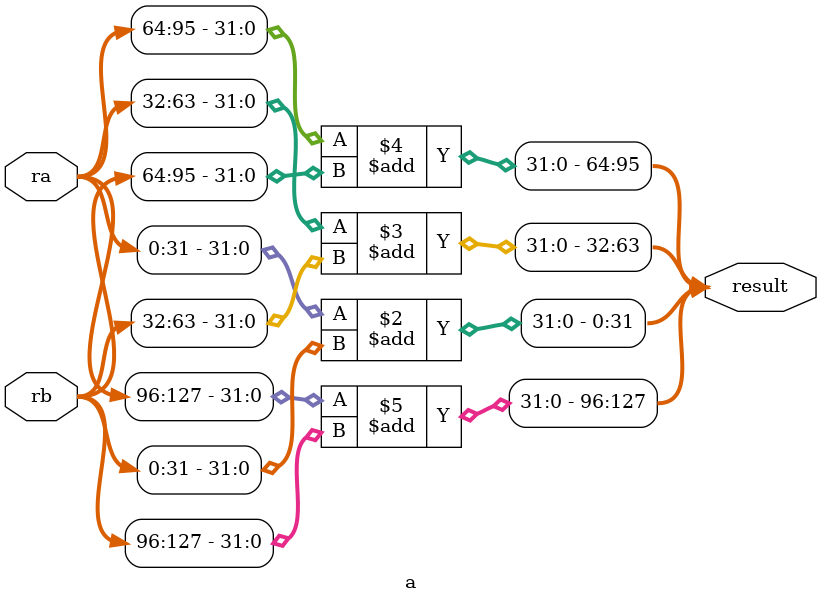
<source format=v>
module a(
  input [0:127] ra,
  input [0:127] rb,

  output reg [0:127] result
);
always @(*) begin
  result[0:31]  = ra[0:31]   + rb[0:31];
  result[32:63] = ra[32:63]  + rb[32:63];
  result[64:95] = ra[64:95]  + rb[64:95];
  result[96:127]= ra[96:127] + rb[96:127];
end
endmodule
</source>
